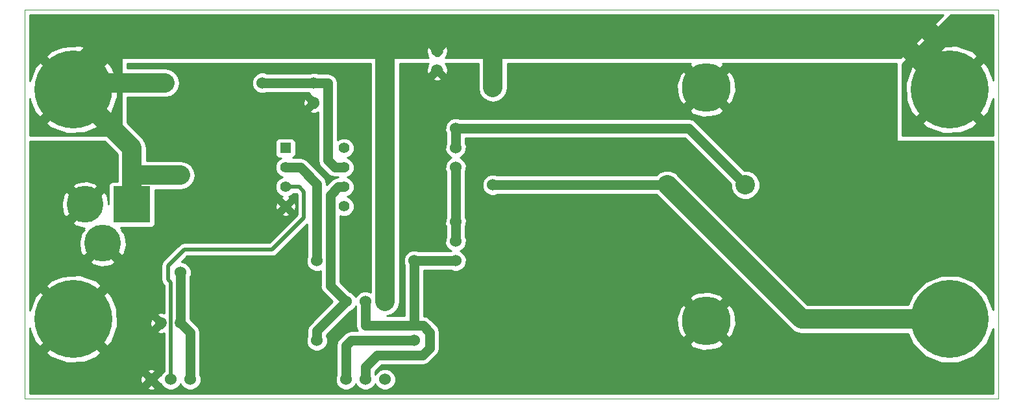
<source format=gbl>
G04 (created by PCBNEW (2013-07-07 BZR 4022)-stable) date 6/30/2014 11:21:06 PM*
%MOIN*%
G04 Gerber Fmt 3.4, Leading zero omitted, Abs format*
%FSLAX34Y34*%
G01*
G70*
G90*
G04 APERTURE LIST*
%ADD10C,0.001*%
%ADD11C,0.00393701*%
%ADD12C,0.06*%
%ADD13C,0.0591*%
%ADD14C,0.25*%
%ADD15C,0.1*%
%ADD16C,0.189*%
%ADD17R,0.189X0.189*%
%ADD18R,0.055X0.055*%
%ADD19C,0.055*%
%ADD20C,0.4*%
%ADD21C,0.035*%
%ADD22C,0.05*%
%ADD23C,0.1*%
%ADD24C,0.02*%
%ADD25C,0.01*%
G04 APERTURE END LIST*
G54D10*
G54D11*
X0Y0D02*
X0Y20000D01*
X50000Y0D02*
X0Y0D01*
X50000Y20000D02*
X50000Y0D01*
X0Y20000D02*
X50000Y20000D01*
G54D12*
X7500Y1000D03*
X6500Y1000D03*
X8500Y1000D03*
X17500Y1000D03*
X16500Y1000D03*
X18500Y1000D03*
X17500Y5000D03*
X18500Y5000D03*
X16500Y5000D03*
X22130Y12910D03*
X22130Y13910D03*
X22130Y11910D03*
X22130Y8100D03*
X22130Y9100D03*
X22130Y7100D03*
G54D13*
X7000Y3900D03*
X8000Y3900D03*
X21174Y16902D03*
X21174Y17902D03*
X14840Y15230D03*
X14840Y16230D03*
G54D14*
X35000Y16000D03*
X35000Y4000D03*
G54D15*
X37000Y11000D03*
X33000Y11000D03*
G54D12*
X7200Y16250D03*
X12200Y16250D03*
X15000Y7100D03*
X20000Y7100D03*
X8000Y6500D03*
X8000Y11500D03*
X15000Y3000D03*
X20000Y3000D03*
G54D16*
X3100Y10000D03*
G54D17*
X5500Y10000D03*
G54D16*
X4000Y8000D03*
G54D18*
X13390Y12900D03*
G54D19*
X13390Y11900D03*
X13390Y10900D03*
X13390Y9900D03*
X16390Y9900D03*
X16390Y10900D03*
X16390Y11900D03*
X16390Y12900D03*
G54D20*
X2500Y4100D03*
X2500Y15900D03*
X47500Y15900D03*
X47500Y4100D03*
G54D12*
X24036Y16000D03*
X24036Y11000D03*
G54D21*
X46066Y19282D03*
X47762Y19282D03*
G54D22*
X13390Y11900D02*
X14160Y11900D01*
X14160Y11900D02*
X15000Y11060D01*
X15000Y11060D02*
X15000Y7100D01*
X16390Y11900D02*
X15924Y11900D01*
X15560Y12264D02*
X15560Y16230D01*
X15924Y11900D02*
X15560Y12264D01*
X15560Y16230D02*
X14840Y16230D01*
X12200Y16250D02*
X14820Y16250D01*
X14820Y16250D02*
X14840Y16230D01*
X20000Y3000D02*
X16756Y3000D01*
X16500Y2744D02*
X16500Y1000D01*
X16756Y3000D02*
X16500Y2744D01*
G54D23*
X39900Y4100D02*
X33000Y11000D01*
X47500Y4100D02*
X39900Y4100D01*
G54D22*
X33000Y11000D02*
X24036Y11000D01*
G54D24*
X13390Y10900D02*
X14100Y10900D01*
X14100Y10900D02*
X14340Y10660D01*
X14340Y10660D02*
X14340Y9950D01*
X14340Y9320D02*
X14340Y9950D01*
X12700Y7680D02*
X14340Y9320D01*
X8190Y7680D02*
X12700Y7680D01*
X7360Y6850D02*
X8190Y7680D01*
X7360Y6134D02*
X7360Y6850D01*
X7500Y5994D02*
X7360Y6134D01*
X7500Y1000D02*
X7500Y5994D01*
G54D22*
X20000Y7100D02*
X20000Y3770D01*
X17500Y3770D02*
X20000Y3770D01*
X17500Y5000D02*
X17500Y3770D01*
X20000Y3770D02*
X20450Y3770D01*
X20808Y3412D02*
X20450Y3770D01*
X17500Y1632D02*
X17500Y1000D01*
X20808Y2628D02*
X20808Y3412D01*
X20420Y2240D02*
X20808Y2628D01*
X18108Y2240D02*
X20420Y2240D01*
X17500Y1632D02*
X18108Y2240D01*
X22130Y7100D02*
X20000Y7100D01*
X16390Y10900D02*
X16090Y10900D01*
X15680Y5820D02*
X16500Y5000D01*
X15680Y10490D02*
X15680Y5820D01*
X16090Y10900D02*
X15680Y10490D01*
X15000Y3000D02*
X15000Y3500D01*
X15000Y3500D02*
X16500Y5000D01*
X22130Y11910D02*
X22130Y9100D01*
X22130Y9100D02*
X22130Y8100D01*
X8500Y1000D02*
X8500Y3400D01*
X8000Y6500D02*
X8000Y3900D01*
X8500Y3400D02*
X8000Y3900D01*
X22130Y13910D02*
X34090Y13910D01*
X22130Y12910D02*
X22130Y13910D01*
X34090Y13910D02*
X37000Y11000D01*
G54D23*
X46558Y18790D02*
X46066Y19282D01*
X45484Y18700D02*
X46066Y19282D01*
X45484Y18700D02*
X44700Y18700D01*
X18500Y18700D02*
X24036Y18700D01*
X24036Y16000D02*
X24036Y18700D01*
X45939Y17461D02*
X44700Y18700D01*
X47762Y19282D02*
X47760Y19282D01*
X47760Y19282D02*
X45939Y17461D01*
X40630Y18700D02*
X44700Y18700D01*
X24036Y18700D02*
X40630Y18700D01*
X18500Y18700D02*
X18500Y10420D01*
X18500Y8570D02*
X18500Y10420D01*
X4400Y18700D02*
X18500Y18700D01*
X48000Y15400D02*
X47500Y15900D01*
X18500Y8570D02*
X18500Y5000D01*
X47500Y15900D02*
X45939Y17461D01*
X7200Y16250D02*
X2850Y16250D01*
X2850Y16250D02*
X2500Y15900D01*
X8000Y11500D02*
X5500Y11500D01*
X5500Y10000D02*
X5500Y11500D01*
X5500Y11500D02*
X5500Y12900D01*
X5500Y12900D02*
X2500Y15900D01*
X2500Y15900D02*
X2500Y16800D01*
X2500Y16800D02*
X4400Y18700D01*
G54D10*
G36*
X47149Y19730D02*
X44979Y17559D01*
X21729Y17554D01*
X21611Y17554D01*
X21708Y17650D01*
X21664Y17694D01*
X21694Y17706D01*
X21729Y17920D01*
X21694Y18097D01*
X21611Y18130D01*
X21402Y17921D01*
X21402Y18339D01*
X21369Y18422D01*
X21155Y18457D01*
X20978Y18422D01*
X20945Y18339D01*
X21174Y18110D01*
X21402Y18339D01*
X21402Y17921D01*
X21382Y17902D01*
X21425Y17859D01*
X21216Y17650D01*
X21174Y17693D01*
X21131Y17650D01*
X20965Y17816D01*
X20922Y17859D01*
X20965Y17902D01*
X20736Y18130D01*
X20653Y18097D01*
X20618Y17883D01*
X20653Y17706D01*
X20683Y17694D01*
X20639Y17650D01*
X20736Y17553D01*
X4950Y17549D01*
X4950Y13550D01*
X4768Y13550D01*
X4768Y15560D01*
X4725Y16455D01*
X4466Y17081D01*
X4213Y17330D01*
X3930Y17047D01*
X3930Y17613D01*
X3681Y17866D01*
X2839Y18168D01*
X1944Y18125D01*
X1318Y17866D01*
X1069Y17613D01*
X2500Y16182D01*
X3930Y17613D01*
X3930Y17047D01*
X2782Y15900D01*
X4213Y14469D01*
X4466Y14718D01*
X4768Y15560D01*
X4768Y13550D01*
X3930Y13550D01*
X3930Y14186D01*
X2500Y15617D01*
X1069Y14186D01*
X1318Y13933D01*
X2160Y13631D01*
X3055Y13674D01*
X3681Y13933D01*
X3930Y14186D01*
X3930Y13550D01*
X269Y13550D01*
X269Y15436D01*
X274Y15344D01*
X533Y14718D01*
X786Y14469D01*
X2217Y15900D01*
X786Y17330D01*
X533Y17081D01*
X269Y16346D01*
X269Y19730D01*
X47149Y19730D01*
X47149Y19730D01*
G37*
G54D25*
X47149Y19730D02*
X44979Y17559D01*
X21729Y17554D01*
X21611Y17554D01*
X21708Y17650D01*
X21664Y17694D01*
X21694Y17706D01*
X21729Y17920D01*
X21694Y18097D01*
X21611Y18130D01*
X21402Y17921D01*
X21402Y18339D01*
X21369Y18422D01*
X21155Y18457D01*
X20978Y18422D01*
X20945Y18339D01*
X21174Y18110D01*
X21402Y18339D01*
X21402Y17921D01*
X21382Y17902D01*
X21425Y17859D01*
X21216Y17650D01*
X21174Y17693D01*
X21131Y17650D01*
X20965Y17816D01*
X20922Y17859D01*
X20965Y17902D01*
X20736Y18130D01*
X20653Y18097D01*
X20618Y17883D01*
X20653Y17706D01*
X20683Y17694D01*
X20639Y17650D01*
X20736Y17553D01*
X4950Y17549D01*
X4950Y13550D01*
X4768Y13550D01*
X4768Y15560D01*
X4725Y16455D01*
X4466Y17081D01*
X4213Y17330D01*
X3930Y17047D01*
X3930Y17613D01*
X3681Y17866D01*
X2839Y18168D01*
X1944Y18125D01*
X1318Y17866D01*
X1069Y17613D01*
X2500Y16182D01*
X3930Y17613D01*
X3930Y17047D01*
X2782Y15900D01*
X4213Y14469D01*
X4466Y14718D01*
X4768Y15560D01*
X4768Y13550D01*
X3930Y13550D01*
X3930Y14186D01*
X2500Y15617D01*
X1069Y14186D01*
X1318Y13933D01*
X2160Y13631D01*
X3055Y13674D01*
X3681Y13933D01*
X3930Y14186D01*
X3930Y13550D01*
X269Y13550D01*
X269Y15436D01*
X274Y15344D01*
X533Y14718D01*
X786Y14469D01*
X2217Y15900D01*
X786Y17330D01*
X533Y17081D01*
X269Y16346D01*
X269Y19730D01*
X47149Y19730D01*
G54D10*
G36*
X49730Y13550D02*
X48930Y13550D01*
X48930Y14186D01*
X47500Y15617D01*
X47217Y15334D01*
X47217Y15900D01*
X45786Y17330D01*
X45533Y17081D01*
X45231Y16239D01*
X45274Y15344D01*
X45533Y14718D01*
X45786Y14469D01*
X47217Y15900D01*
X47217Y15334D01*
X46069Y14186D01*
X46318Y13933D01*
X47160Y13631D01*
X48055Y13674D01*
X48681Y13933D01*
X48930Y14186D01*
X48930Y13550D01*
X45050Y13550D01*
X45050Y17205D01*
X47575Y19730D01*
X49730Y19730D01*
X49730Y16363D01*
X49725Y16455D01*
X49466Y17081D01*
X49213Y17330D01*
X48930Y17047D01*
X48930Y17613D01*
X48681Y17866D01*
X47839Y18168D01*
X46944Y18125D01*
X46318Y17866D01*
X46069Y17613D01*
X47500Y16182D01*
X48930Y17613D01*
X48930Y17047D01*
X47782Y15900D01*
X49213Y14469D01*
X49466Y14718D01*
X49730Y15453D01*
X49730Y13550D01*
X49730Y13550D01*
G37*
G54D25*
X49730Y13550D02*
X48930Y13550D01*
X48930Y14186D01*
X47500Y15617D01*
X47217Y15334D01*
X47217Y15900D01*
X45786Y17330D01*
X45533Y17081D01*
X45231Y16239D01*
X45274Y15344D01*
X45533Y14718D01*
X45786Y14469D01*
X47217Y15900D01*
X47217Y15334D01*
X46069Y14186D01*
X46318Y13933D01*
X47160Y13631D01*
X48055Y13674D01*
X48681Y13933D01*
X48930Y14186D01*
X48930Y13550D01*
X45050Y13550D01*
X45050Y17205D01*
X47575Y19730D01*
X49730Y19730D01*
X49730Y16363D01*
X49725Y16455D01*
X49466Y17081D01*
X49213Y17330D01*
X48930Y17047D01*
X48930Y17613D01*
X48681Y17866D01*
X47839Y18168D01*
X46944Y18125D01*
X46318Y17866D01*
X46069Y17613D01*
X47500Y16182D01*
X48930Y17613D01*
X48930Y17047D01*
X47782Y15900D01*
X49213Y14469D01*
X49466Y14718D01*
X49730Y15453D01*
X49730Y13550D01*
G54D10*
G36*
X49730Y269D02*
X36521Y269D01*
X36521Y3840D01*
X36466Y4434D01*
X36344Y4729D01*
X36168Y4886D01*
X35886Y4603D01*
X35886Y5168D01*
X35729Y5344D01*
X35159Y5521D01*
X34565Y5466D01*
X34270Y5344D01*
X34113Y5168D01*
X35000Y4282D01*
X35886Y5168D01*
X35886Y4603D01*
X35282Y4000D01*
X36168Y3113D01*
X36344Y3270D01*
X36521Y3840D01*
X36521Y269D01*
X35886Y269D01*
X35886Y2831D01*
X35000Y3717D01*
X34717Y3434D01*
X34717Y4000D01*
X33831Y4886D01*
X33655Y4729D01*
X33478Y4159D01*
X33533Y3565D01*
X33655Y3270D01*
X33831Y3113D01*
X34717Y4000D01*
X34717Y3434D01*
X34113Y2831D01*
X34270Y2655D01*
X34840Y2478D01*
X35434Y2533D01*
X35729Y2655D01*
X35886Y2831D01*
X35886Y269D01*
X6729Y269D01*
X6729Y557D01*
X6500Y787D01*
X6287Y575D01*
X6287Y1000D01*
X6057Y1229D01*
X5974Y1196D01*
X5939Y980D01*
X5974Y803D01*
X6057Y770D01*
X6287Y1000D01*
X6287Y575D01*
X6270Y557D01*
X6303Y474D01*
X6519Y439D01*
X6696Y474D01*
X6729Y557D01*
X6729Y269D01*
X5215Y269D01*
X4768Y269D01*
X4768Y3760D01*
X4725Y4655D01*
X4663Y4805D01*
X4663Y7053D01*
X4000Y7717D01*
X3717Y7434D01*
X3336Y7053D01*
X3455Y6910D01*
X3913Y6784D01*
X4385Y6844D01*
X4544Y6910D01*
X4663Y7053D01*
X4663Y4805D01*
X4466Y5281D01*
X4213Y5530D01*
X3930Y5247D01*
X3930Y5813D01*
X3681Y6066D01*
X2839Y6368D01*
X1944Y6325D01*
X1318Y6066D01*
X1069Y5813D01*
X2500Y4382D01*
X3930Y5813D01*
X3930Y5247D01*
X2782Y4100D01*
X4213Y2669D01*
X4466Y2918D01*
X4768Y3760D01*
X4768Y269D01*
X3930Y269D01*
X3930Y2386D01*
X2500Y3817D01*
X1069Y2386D01*
X1318Y2133D01*
X2160Y1831D01*
X3055Y1874D01*
X3681Y2133D01*
X3930Y2386D01*
X3930Y269D01*
X269Y269D01*
X269Y3636D01*
X274Y3544D01*
X533Y2918D01*
X786Y2669D01*
X2217Y4100D01*
X786Y5530D01*
X533Y5281D01*
X269Y4546D01*
X269Y13250D01*
X4089Y13250D01*
X4750Y12589D01*
X4750Y11500D01*
X4750Y11195D01*
X4505Y11195D01*
X4413Y11157D01*
X4343Y11086D01*
X4305Y10994D01*
X4304Y10895D01*
X4304Y9996D01*
X4255Y10385D01*
X4189Y10544D01*
X4046Y10663D01*
X3763Y10380D01*
X3763Y10946D01*
X3644Y11089D01*
X3186Y11215D01*
X2714Y11155D01*
X2555Y11089D01*
X2436Y10946D01*
X3100Y10282D01*
X3763Y10946D01*
X3763Y10380D01*
X3382Y10000D01*
X3388Y9994D01*
X3105Y9711D01*
X3100Y9717D01*
X2817Y9434D01*
X2817Y10000D01*
X2153Y10663D01*
X2010Y10544D01*
X1884Y10086D01*
X1944Y9614D01*
X2010Y9455D01*
X2153Y9336D01*
X2817Y10000D01*
X2817Y9434D01*
X2436Y9053D01*
X2555Y8910D01*
X3013Y8784D01*
X3070Y8791D01*
X2997Y8719D01*
X3053Y8663D01*
X2910Y8544D01*
X2784Y8086D01*
X2844Y7614D01*
X2910Y7455D01*
X3053Y7336D01*
X3717Y8000D01*
X3711Y8005D01*
X3994Y8288D01*
X4000Y8282D01*
X4005Y8288D01*
X4288Y8005D01*
X4282Y8000D01*
X4946Y7336D01*
X5089Y7455D01*
X5215Y7913D01*
X5155Y8385D01*
X5089Y8544D01*
X4946Y8663D01*
X5002Y8719D01*
X4916Y8804D01*
X6494Y8804D01*
X6586Y8842D01*
X6656Y8913D01*
X6694Y9005D01*
X6695Y9104D01*
X6695Y10750D01*
X8000Y10750D01*
X8287Y10807D01*
X8530Y10969D01*
X8692Y11212D01*
X8750Y11500D01*
X8692Y11787D01*
X8530Y12030D01*
X8287Y12192D01*
X8000Y12250D01*
X6250Y12250D01*
X6250Y12900D01*
X6192Y13187D01*
X6030Y13430D01*
X6030Y13430D01*
X5250Y14210D01*
X5250Y15500D01*
X7200Y15500D01*
X7487Y15557D01*
X7730Y15719D01*
X7892Y15962D01*
X7950Y16250D01*
X7892Y16537D01*
X7730Y16780D01*
X7487Y16942D01*
X7200Y17000D01*
X5250Y17000D01*
X5250Y17250D01*
X17750Y17250D01*
X17750Y10420D01*
X17750Y8570D01*
X17750Y5491D01*
X17609Y5549D01*
X17391Y5550D01*
X17188Y5466D01*
X17034Y5311D01*
X17000Y5230D01*
X16966Y5311D01*
X16811Y5465D01*
X16690Y5516D01*
X16180Y6027D01*
X16180Y9418D01*
X16285Y9375D01*
X16493Y9374D01*
X16687Y9454D01*
X16834Y9602D01*
X16914Y9795D01*
X16915Y10003D01*
X16835Y10197D01*
X16687Y10344D01*
X16554Y10400D01*
X16687Y10454D01*
X16834Y10602D01*
X16914Y10795D01*
X16915Y11003D01*
X16835Y11197D01*
X16687Y11344D01*
X16554Y11400D01*
X16687Y11454D01*
X16834Y11602D01*
X16914Y11795D01*
X16915Y12003D01*
X16835Y12197D01*
X16687Y12344D01*
X16554Y12400D01*
X16687Y12454D01*
X16834Y12602D01*
X16914Y12795D01*
X16915Y13003D01*
X16835Y13197D01*
X16687Y13344D01*
X16494Y13424D01*
X16286Y13425D01*
X16093Y13345D01*
X16060Y13312D01*
X16060Y16230D01*
X16021Y16421D01*
X15913Y16583D01*
X15751Y16691D01*
X15560Y16730D01*
X15058Y16730D01*
X14948Y16775D01*
X14731Y16775D01*
X14670Y16750D01*
X12430Y16750D01*
X12309Y16799D01*
X12091Y16800D01*
X11888Y16716D01*
X11734Y16561D01*
X11650Y16359D01*
X11649Y16141D01*
X11733Y15938D01*
X11888Y15784D01*
X12090Y15700D01*
X12308Y15699D01*
X12430Y15750D01*
X14573Y15750D01*
X14634Y15724D01*
X14611Y15667D01*
X14840Y15438D01*
X14882Y15481D01*
X15060Y15303D01*
X15060Y15241D01*
X15048Y15230D01*
X15060Y15218D01*
X15060Y15156D01*
X14882Y14978D01*
X14840Y15021D01*
X14631Y14812D01*
X14631Y15230D01*
X14402Y15458D01*
X14319Y15425D01*
X14284Y15211D01*
X14319Y15034D01*
X14402Y15001D01*
X14631Y15230D01*
X14631Y14812D01*
X14611Y14792D01*
X14644Y14709D01*
X14858Y14674D01*
X15035Y14709D01*
X15047Y14739D01*
X15060Y14727D01*
X15060Y12264D01*
X15059Y12264D01*
X15098Y12072D01*
X15206Y11910D01*
X15570Y11546D01*
X15570Y11546D01*
X15732Y11438D01*
X15924Y11400D01*
X16089Y11400D01*
X15898Y11361D01*
X15736Y11253D01*
X15500Y11017D01*
X15500Y11059D01*
X15500Y11060D01*
X15500Y11060D01*
X15461Y11251D01*
X15353Y11413D01*
X14513Y12253D01*
X14351Y12361D01*
X14160Y12400D01*
X14159Y12400D01*
X13775Y12400D01*
X13806Y12412D01*
X13876Y12483D01*
X13914Y12575D01*
X13915Y12674D01*
X13915Y13224D01*
X13877Y13316D01*
X13806Y13386D01*
X13714Y13424D01*
X13615Y13425D01*
X13065Y13425D01*
X12973Y13387D01*
X12903Y13316D01*
X12865Y13224D01*
X12864Y13125D01*
X12864Y12575D01*
X12902Y12483D01*
X12973Y12413D01*
X13065Y12375D01*
X13164Y12374D01*
X13164Y12374D01*
X13093Y12345D01*
X12945Y12197D01*
X12865Y12004D01*
X12864Y11796D01*
X12944Y11603D01*
X13092Y11455D01*
X13225Y11399D01*
X13093Y11345D01*
X12945Y11197D01*
X12865Y11004D01*
X12864Y10796D01*
X12944Y10603D01*
X13092Y10455D01*
X13217Y10403D01*
X13197Y10399D01*
X13167Y10317D01*
X13390Y10094D01*
X13612Y10317D01*
X13582Y10399D01*
X13561Y10402D01*
X13687Y10454D01*
X13782Y10550D01*
X13955Y10550D01*
X13990Y10515D01*
X13990Y9950D01*
X13990Y9464D01*
X13925Y9400D01*
X13925Y9912D01*
X13889Y10092D01*
X13807Y10122D01*
X13584Y9900D01*
X13807Y9677D01*
X13889Y9707D01*
X13925Y9912D01*
X13925Y9400D01*
X13612Y9087D01*
X13612Y9482D01*
X13390Y9705D01*
X13195Y9511D01*
X13195Y9900D01*
X12972Y10122D01*
X12890Y10092D01*
X12854Y9887D01*
X12890Y9707D01*
X12972Y9677D01*
X13195Y9900D01*
X13195Y9511D01*
X13167Y9482D01*
X13197Y9400D01*
X13402Y9364D01*
X13582Y9400D01*
X13612Y9482D01*
X13612Y9087D01*
X12555Y8030D01*
X8190Y8030D01*
X8056Y8003D01*
X7942Y7927D01*
X7112Y7097D01*
X7036Y6983D01*
X7010Y6850D01*
X7010Y6134D01*
X7036Y6000D01*
X7112Y5886D01*
X7150Y5849D01*
X7150Y4428D01*
X6981Y4455D01*
X6804Y4420D01*
X6771Y4337D01*
X7000Y4108D01*
X7042Y4151D01*
X7150Y4043D01*
X7150Y3756D01*
X7042Y3648D01*
X7000Y3691D01*
X6791Y3482D01*
X6791Y3900D01*
X6562Y4128D01*
X6479Y4095D01*
X6444Y3881D01*
X6479Y3704D01*
X6562Y3671D01*
X6791Y3900D01*
X6791Y3482D01*
X6771Y3462D01*
X6804Y3379D01*
X7018Y3344D01*
X7150Y3370D01*
X7150Y1427D01*
X7034Y1311D01*
X6991Y1209D01*
X6942Y1229D01*
X6729Y1017D01*
X6729Y1442D01*
X6696Y1525D01*
X6480Y1560D01*
X6303Y1525D01*
X6270Y1442D01*
X6500Y1212D01*
X6729Y1442D01*
X6729Y1017D01*
X6712Y1000D01*
X6942Y770D01*
X6991Y790D01*
X7033Y688D01*
X7188Y534D01*
X7390Y450D01*
X7608Y449D01*
X7811Y533D01*
X7965Y688D01*
X7999Y769D01*
X8033Y688D01*
X8188Y534D01*
X8390Y450D01*
X8608Y449D01*
X8811Y533D01*
X8965Y688D01*
X9049Y890D01*
X9050Y1108D01*
X9000Y1230D01*
X9000Y3400D01*
X8961Y3591D01*
X8853Y3753D01*
X8853Y3753D01*
X8507Y4099D01*
X8500Y4118D01*
X8500Y6269D01*
X8549Y6390D01*
X8550Y6608D01*
X8466Y6811D01*
X8311Y6965D01*
X8109Y7049D01*
X8054Y7049D01*
X8334Y7330D01*
X12700Y7330D01*
X12833Y7356D01*
X12833Y7356D01*
X12947Y7432D01*
X14500Y8985D01*
X14500Y7330D01*
X14450Y7209D01*
X14449Y6991D01*
X14533Y6788D01*
X14688Y6634D01*
X14890Y6550D01*
X15108Y6549D01*
X15180Y6579D01*
X15180Y5820D01*
X15179Y5820D01*
X15218Y5628D01*
X15326Y5466D01*
X15792Y5000D01*
X14646Y3853D01*
X14538Y3691D01*
X14499Y3500D01*
X14500Y3499D01*
X14500Y3230D01*
X14450Y3109D01*
X14449Y2891D01*
X14533Y2688D01*
X14688Y2534D01*
X14890Y2450D01*
X15108Y2449D01*
X15311Y2533D01*
X15465Y2688D01*
X15549Y2890D01*
X15550Y3108D01*
X15500Y3230D01*
X15500Y3292D01*
X16690Y4483D01*
X16811Y4533D01*
X16965Y4688D01*
X16999Y4769D01*
X17000Y4769D01*
X17000Y3770D01*
X17038Y3578D01*
X17090Y3500D01*
X16756Y3500D01*
X16564Y3461D01*
X16402Y3353D01*
X16402Y3353D01*
X16146Y3097D01*
X16038Y2935D01*
X15999Y2744D01*
X16000Y2743D01*
X16000Y1230D01*
X15950Y1109D01*
X15949Y891D01*
X16033Y688D01*
X16188Y534D01*
X16390Y450D01*
X16608Y449D01*
X16811Y533D01*
X16965Y688D01*
X16999Y769D01*
X17033Y688D01*
X17188Y534D01*
X17390Y450D01*
X17608Y449D01*
X17811Y533D01*
X17965Y688D01*
X17999Y769D01*
X18033Y688D01*
X18188Y534D01*
X18390Y450D01*
X18608Y449D01*
X18811Y533D01*
X18965Y688D01*
X19049Y890D01*
X19050Y1108D01*
X18966Y1311D01*
X18811Y1465D01*
X18609Y1549D01*
X18391Y1550D01*
X18188Y1466D01*
X18034Y1311D01*
X18000Y1230D01*
X18000Y1230D01*
X18000Y1424D01*
X18315Y1740D01*
X20419Y1740D01*
X20420Y1739D01*
X20420Y1740D01*
X20611Y1778D01*
X20773Y1886D01*
X21161Y2274D01*
X21161Y2274D01*
X21161Y2274D01*
X21269Y2436D01*
X21308Y2627D01*
X21307Y2628D01*
X21308Y2628D01*
X21308Y3412D01*
X21269Y3603D01*
X21161Y3765D01*
X21161Y3765D01*
X20803Y4123D01*
X20641Y4231D01*
X20500Y4260D01*
X20500Y6600D01*
X21899Y6600D01*
X22020Y6550D01*
X22238Y6549D01*
X22441Y6633D01*
X22595Y6788D01*
X22679Y6990D01*
X22680Y7208D01*
X22596Y7411D01*
X22441Y7565D01*
X22360Y7599D01*
X22441Y7633D01*
X22595Y7788D01*
X22679Y7990D01*
X22680Y8208D01*
X22630Y8330D01*
X22630Y8869D01*
X22679Y8990D01*
X22680Y9208D01*
X22630Y9330D01*
X22630Y11679D01*
X22679Y11800D01*
X22680Y12018D01*
X22596Y12221D01*
X22441Y12375D01*
X22360Y12409D01*
X22441Y12443D01*
X22595Y12598D01*
X22679Y12800D01*
X22680Y13018D01*
X22630Y13140D01*
X22630Y13410D01*
X33882Y13410D01*
X36250Y11042D01*
X36249Y10851D01*
X36363Y10575D01*
X36574Y10364D01*
X36850Y10250D01*
X37148Y10249D01*
X37424Y10363D01*
X37635Y10574D01*
X37749Y10850D01*
X37750Y11148D01*
X37636Y11424D01*
X37425Y11635D01*
X37149Y11749D01*
X36957Y11750D01*
X36521Y12186D01*
X36521Y15840D01*
X36466Y16434D01*
X36344Y16729D01*
X36168Y16886D01*
X35282Y16000D01*
X36168Y15113D01*
X36344Y15270D01*
X36521Y15840D01*
X36521Y12186D01*
X35886Y12820D01*
X35886Y14831D01*
X35000Y15717D01*
X34717Y15434D01*
X34717Y16000D01*
X33831Y16886D01*
X33655Y16729D01*
X33478Y16159D01*
X33533Y15565D01*
X33655Y15270D01*
X33831Y15113D01*
X34717Y16000D01*
X34717Y15434D01*
X34113Y14831D01*
X34270Y14655D01*
X34840Y14478D01*
X35434Y14533D01*
X35729Y14655D01*
X35886Y14831D01*
X35886Y12820D01*
X34443Y14263D01*
X34281Y14371D01*
X34090Y14410D01*
X34089Y14410D01*
X22360Y14410D01*
X22239Y14459D01*
X22021Y14460D01*
X21818Y14376D01*
X21729Y14287D01*
X21664Y14221D01*
X21580Y14019D01*
X21579Y13801D01*
X21630Y13679D01*
X21630Y13140D01*
X21580Y13019D01*
X21579Y12801D01*
X21663Y12598D01*
X21818Y12444D01*
X21899Y12410D01*
X21818Y12376D01*
X21664Y12221D01*
X21580Y12019D01*
X21579Y11801D01*
X21630Y11679D01*
X21630Y9330D01*
X21580Y9209D01*
X21579Y8991D01*
X21630Y8869D01*
X21630Y8330D01*
X21580Y8209D01*
X21579Y7991D01*
X21663Y7788D01*
X21818Y7634D01*
X21899Y7600D01*
X21899Y7600D01*
X21402Y7600D01*
X21402Y16464D01*
X21174Y16693D01*
X20965Y16484D01*
X20945Y16464D01*
X20978Y16381D01*
X21192Y16346D01*
X21369Y16381D01*
X21402Y16464D01*
X21402Y7600D01*
X20230Y7600D01*
X20109Y7649D01*
X19891Y7650D01*
X19688Y7566D01*
X19534Y7411D01*
X19450Y7209D01*
X19449Y6991D01*
X19500Y6869D01*
X19500Y4270D01*
X18600Y4270D01*
X18787Y4307D01*
X19030Y4469D01*
X19192Y4712D01*
X19250Y5000D01*
X19250Y8570D01*
X19250Y10420D01*
X19250Y17250D01*
X20736Y17250D01*
X20639Y17153D01*
X20683Y17109D01*
X20653Y17097D01*
X20618Y16883D01*
X20653Y16706D01*
X20736Y16673D01*
X20965Y16902D01*
X20922Y16944D01*
X21131Y17153D01*
X21174Y17110D01*
X21216Y17153D01*
X21425Y16944D01*
X21382Y16902D01*
X21611Y16673D01*
X21694Y16706D01*
X21729Y16920D01*
X21694Y17097D01*
X21664Y17109D01*
X21708Y17153D01*
X21611Y17250D01*
X23286Y17250D01*
X23286Y16000D01*
X23343Y15712D01*
X23505Y15469D01*
X23748Y15307D01*
X24036Y15250D01*
X24323Y15307D01*
X24566Y15469D01*
X24728Y15712D01*
X24786Y16000D01*
X24786Y17250D01*
X34186Y17250D01*
X34113Y17168D01*
X35000Y16282D01*
X35886Y17168D01*
X35813Y17250D01*
X44750Y17250D01*
X44750Y13250D01*
X49730Y13250D01*
X49730Y4594D01*
X49408Y5372D01*
X48776Y6006D01*
X47949Y6349D01*
X47054Y6350D01*
X46227Y6008D01*
X45593Y5376D01*
X45375Y4850D01*
X40210Y4850D01*
X33530Y11529D01*
X33425Y11635D01*
X33287Y11692D01*
X33149Y11749D01*
X32851Y11750D01*
X32575Y11636D01*
X32439Y11500D01*
X24266Y11500D01*
X24145Y11549D01*
X23927Y11550D01*
X23724Y11466D01*
X23570Y11311D01*
X23486Y11109D01*
X23485Y10891D01*
X23569Y10688D01*
X23724Y10534D01*
X23926Y10450D01*
X24144Y10449D01*
X24266Y10500D01*
X32439Y10500D01*
X32574Y10364D01*
X32574Y10364D01*
X39369Y3569D01*
X39369Y3569D01*
X39532Y3461D01*
X39612Y3407D01*
X39612Y3407D01*
X39899Y3350D01*
X39900Y3350D01*
X45375Y3350D01*
X45591Y2827D01*
X46223Y2193D01*
X47050Y1850D01*
X47945Y1849D01*
X48772Y2191D01*
X49406Y2823D01*
X49730Y3604D01*
X49730Y269D01*
X49730Y269D01*
G37*
G54D25*
X49730Y269D02*
X36521Y269D01*
X36521Y3840D01*
X36466Y4434D01*
X36344Y4729D01*
X36168Y4886D01*
X35886Y4603D01*
X35886Y5168D01*
X35729Y5344D01*
X35159Y5521D01*
X34565Y5466D01*
X34270Y5344D01*
X34113Y5168D01*
X35000Y4282D01*
X35886Y5168D01*
X35886Y4603D01*
X35282Y4000D01*
X36168Y3113D01*
X36344Y3270D01*
X36521Y3840D01*
X36521Y269D01*
X35886Y269D01*
X35886Y2831D01*
X35000Y3717D01*
X34717Y3434D01*
X34717Y4000D01*
X33831Y4886D01*
X33655Y4729D01*
X33478Y4159D01*
X33533Y3565D01*
X33655Y3270D01*
X33831Y3113D01*
X34717Y4000D01*
X34717Y3434D01*
X34113Y2831D01*
X34270Y2655D01*
X34840Y2478D01*
X35434Y2533D01*
X35729Y2655D01*
X35886Y2831D01*
X35886Y269D01*
X6729Y269D01*
X6729Y557D01*
X6500Y787D01*
X6287Y575D01*
X6287Y1000D01*
X6057Y1229D01*
X5974Y1196D01*
X5939Y980D01*
X5974Y803D01*
X6057Y770D01*
X6287Y1000D01*
X6287Y575D01*
X6270Y557D01*
X6303Y474D01*
X6519Y439D01*
X6696Y474D01*
X6729Y557D01*
X6729Y269D01*
X5215Y269D01*
X4768Y269D01*
X4768Y3760D01*
X4725Y4655D01*
X4663Y4805D01*
X4663Y7053D01*
X4000Y7717D01*
X3717Y7434D01*
X3336Y7053D01*
X3455Y6910D01*
X3913Y6784D01*
X4385Y6844D01*
X4544Y6910D01*
X4663Y7053D01*
X4663Y4805D01*
X4466Y5281D01*
X4213Y5530D01*
X3930Y5247D01*
X3930Y5813D01*
X3681Y6066D01*
X2839Y6368D01*
X1944Y6325D01*
X1318Y6066D01*
X1069Y5813D01*
X2500Y4382D01*
X3930Y5813D01*
X3930Y5247D01*
X2782Y4100D01*
X4213Y2669D01*
X4466Y2918D01*
X4768Y3760D01*
X4768Y269D01*
X3930Y269D01*
X3930Y2386D01*
X2500Y3817D01*
X1069Y2386D01*
X1318Y2133D01*
X2160Y1831D01*
X3055Y1874D01*
X3681Y2133D01*
X3930Y2386D01*
X3930Y269D01*
X269Y269D01*
X269Y3636D01*
X274Y3544D01*
X533Y2918D01*
X786Y2669D01*
X2217Y4100D01*
X786Y5530D01*
X533Y5281D01*
X269Y4546D01*
X269Y13250D01*
X4089Y13250D01*
X4750Y12589D01*
X4750Y11500D01*
X4750Y11195D01*
X4505Y11195D01*
X4413Y11157D01*
X4343Y11086D01*
X4305Y10994D01*
X4304Y10895D01*
X4304Y9996D01*
X4255Y10385D01*
X4189Y10544D01*
X4046Y10663D01*
X3763Y10380D01*
X3763Y10946D01*
X3644Y11089D01*
X3186Y11215D01*
X2714Y11155D01*
X2555Y11089D01*
X2436Y10946D01*
X3100Y10282D01*
X3763Y10946D01*
X3763Y10380D01*
X3382Y10000D01*
X3388Y9994D01*
X3105Y9711D01*
X3100Y9717D01*
X2817Y9434D01*
X2817Y10000D01*
X2153Y10663D01*
X2010Y10544D01*
X1884Y10086D01*
X1944Y9614D01*
X2010Y9455D01*
X2153Y9336D01*
X2817Y10000D01*
X2817Y9434D01*
X2436Y9053D01*
X2555Y8910D01*
X3013Y8784D01*
X3070Y8791D01*
X2997Y8719D01*
X3053Y8663D01*
X2910Y8544D01*
X2784Y8086D01*
X2844Y7614D01*
X2910Y7455D01*
X3053Y7336D01*
X3717Y8000D01*
X3711Y8005D01*
X3994Y8288D01*
X4000Y8282D01*
X4005Y8288D01*
X4288Y8005D01*
X4282Y8000D01*
X4946Y7336D01*
X5089Y7455D01*
X5215Y7913D01*
X5155Y8385D01*
X5089Y8544D01*
X4946Y8663D01*
X5002Y8719D01*
X4916Y8804D01*
X6494Y8804D01*
X6586Y8842D01*
X6656Y8913D01*
X6694Y9005D01*
X6695Y9104D01*
X6695Y10750D01*
X8000Y10750D01*
X8287Y10807D01*
X8530Y10969D01*
X8692Y11212D01*
X8750Y11500D01*
X8692Y11787D01*
X8530Y12030D01*
X8287Y12192D01*
X8000Y12250D01*
X6250Y12250D01*
X6250Y12900D01*
X6192Y13187D01*
X6030Y13430D01*
X6030Y13430D01*
X5250Y14210D01*
X5250Y15500D01*
X7200Y15500D01*
X7487Y15557D01*
X7730Y15719D01*
X7892Y15962D01*
X7950Y16250D01*
X7892Y16537D01*
X7730Y16780D01*
X7487Y16942D01*
X7200Y17000D01*
X5250Y17000D01*
X5250Y17250D01*
X17750Y17250D01*
X17750Y10420D01*
X17750Y8570D01*
X17750Y5491D01*
X17609Y5549D01*
X17391Y5550D01*
X17188Y5466D01*
X17034Y5311D01*
X17000Y5230D01*
X16966Y5311D01*
X16811Y5465D01*
X16690Y5516D01*
X16180Y6027D01*
X16180Y9418D01*
X16285Y9375D01*
X16493Y9374D01*
X16687Y9454D01*
X16834Y9602D01*
X16914Y9795D01*
X16915Y10003D01*
X16835Y10197D01*
X16687Y10344D01*
X16554Y10400D01*
X16687Y10454D01*
X16834Y10602D01*
X16914Y10795D01*
X16915Y11003D01*
X16835Y11197D01*
X16687Y11344D01*
X16554Y11400D01*
X16687Y11454D01*
X16834Y11602D01*
X16914Y11795D01*
X16915Y12003D01*
X16835Y12197D01*
X16687Y12344D01*
X16554Y12400D01*
X16687Y12454D01*
X16834Y12602D01*
X16914Y12795D01*
X16915Y13003D01*
X16835Y13197D01*
X16687Y13344D01*
X16494Y13424D01*
X16286Y13425D01*
X16093Y13345D01*
X16060Y13312D01*
X16060Y16230D01*
X16021Y16421D01*
X15913Y16583D01*
X15751Y16691D01*
X15560Y16730D01*
X15058Y16730D01*
X14948Y16775D01*
X14731Y16775D01*
X14670Y16750D01*
X12430Y16750D01*
X12309Y16799D01*
X12091Y16800D01*
X11888Y16716D01*
X11734Y16561D01*
X11650Y16359D01*
X11649Y16141D01*
X11733Y15938D01*
X11888Y15784D01*
X12090Y15700D01*
X12308Y15699D01*
X12430Y15750D01*
X14573Y15750D01*
X14634Y15724D01*
X14611Y15667D01*
X14840Y15438D01*
X14882Y15481D01*
X15060Y15303D01*
X15060Y15241D01*
X15048Y15230D01*
X15060Y15218D01*
X15060Y15156D01*
X14882Y14978D01*
X14840Y15021D01*
X14631Y14812D01*
X14631Y15230D01*
X14402Y15458D01*
X14319Y15425D01*
X14284Y15211D01*
X14319Y15034D01*
X14402Y15001D01*
X14631Y15230D01*
X14631Y14812D01*
X14611Y14792D01*
X14644Y14709D01*
X14858Y14674D01*
X15035Y14709D01*
X15047Y14739D01*
X15060Y14727D01*
X15060Y12264D01*
X15059Y12264D01*
X15098Y12072D01*
X15206Y11910D01*
X15570Y11546D01*
X15570Y11546D01*
X15732Y11438D01*
X15924Y11400D01*
X16089Y11400D01*
X15898Y11361D01*
X15736Y11253D01*
X15500Y11017D01*
X15500Y11059D01*
X15500Y11060D01*
X15500Y11060D01*
X15461Y11251D01*
X15353Y11413D01*
X14513Y12253D01*
X14351Y12361D01*
X14160Y12400D01*
X14159Y12400D01*
X13775Y12400D01*
X13806Y12412D01*
X13876Y12483D01*
X13914Y12575D01*
X13915Y12674D01*
X13915Y13224D01*
X13877Y13316D01*
X13806Y13386D01*
X13714Y13424D01*
X13615Y13425D01*
X13065Y13425D01*
X12973Y13387D01*
X12903Y13316D01*
X12865Y13224D01*
X12864Y13125D01*
X12864Y12575D01*
X12902Y12483D01*
X12973Y12413D01*
X13065Y12375D01*
X13164Y12374D01*
X13164Y12374D01*
X13093Y12345D01*
X12945Y12197D01*
X12865Y12004D01*
X12864Y11796D01*
X12944Y11603D01*
X13092Y11455D01*
X13225Y11399D01*
X13093Y11345D01*
X12945Y11197D01*
X12865Y11004D01*
X12864Y10796D01*
X12944Y10603D01*
X13092Y10455D01*
X13217Y10403D01*
X13197Y10399D01*
X13167Y10317D01*
X13390Y10094D01*
X13612Y10317D01*
X13582Y10399D01*
X13561Y10402D01*
X13687Y10454D01*
X13782Y10550D01*
X13955Y10550D01*
X13990Y10515D01*
X13990Y9950D01*
X13990Y9464D01*
X13925Y9400D01*
X13925Y9912D01*
X13889Y10092D01*
X13807Y10122D01*
X13584Y9900D01*
X13807Y9677D01*
X13889Y9707D01*
X13925Y9912D01*
X13925Y9400D01*
X13612Y9087D01*
X13612Y9482D01*
X13390Y9705D01*
X13195Y9511D01*
X13195Y9900D01*
X12972Y10122D01*
X12890Y10092D01*
X12854Y9887D01*
X12890Y9707D01*
X12972Y9677D01*
X13195Y9900D01*
X13195Y9511D01*
X13167Y9482D01*
X13197Y9400D01*
X13402Y9364D01*
X13582Y9400D01*
X13612Y9482D01*
X13612Y9087D01*
X12555Y8030D01*
X8190Y8030D01*
X8056Y8003D01*
X7942Y7927D01*
X7112Y7097D01*
X7036Y6983D01*
X7010Y6850D01*
X7010Y6134D01*
X7036Y6000D01*
X7112Y5886D01*
X7150Y5849D01*
X7150Y4428D01*
X6981Y4455D01*
X6804Y4420D01*
X6771Y4337D01*
X7000Y4108D01*
X7042Y4151D01*
X7150Y4043D01*
X7150Y3756D01*
X7042Y3648D01*
X7000Y3691D01*
X6791Y3482D01*
X6791Y3900D01*
X6562Y4128D01*
X6479Y4095D01*
X6444Y3881D01*
X6479Y3704D01*
X6562Y3671D01*
X6791Y3900D01*
X6791Y3482D01*
X6771Y3462D01*
X6804Y3379D01*
X7018Y3344D01*
X7150Y3370D01*
X7150Y1427D01*
X7034Y1311D01*
X6991Y1209D01*
X6942Y1229D01*
X6729Y1017D01*
X6729Y1442D01*
X6696Y1525D01*
X6480Y1560D01*
X6303Y1525D01*
X6270Y1442D01*
X6500Y1212D01*
X6729Y1442D01*
X6729Y1017D01*
X6712Y1000D01*
X6942Y770D01*
X6991Y790D01*
X7033Y688D01*
X7188Y534D01*
X7390Y450D01*
X7608Y449D01*
X7811Y533D01*
X7965Y688D01*
X7999Y769D01*
X8033Y688D01*
X8188Y534D01*
X8390Y450D01*
X8608Y449D01*
X8811Y533D01*
X8965Y688D01*
X9049Y890D01*
X9050Y1108D01*
X9000Y1230D01*
X9000Y3400D01*
X8961Y3591D01*
X8853Y3753D01*
X8853Y3753D01*
X8507Y4099D01*
X8500Y4118D01*
X8500Y6269D01*
X8549Y6390D01*
X8550Y6608D01*
X8466Y6811D01*
X8311Y6965D01*
X8109Y7049D01*
X8054Y7049D01*
X8334Y7330D01*
X12700Y7330D01*
X12833Y7356D01*
X12833Y7356D01*
X12947Y7432D01*
X14500Y8985D01*
X14500Y7330D01*
X14450Y7209D01*
X14449Y6991D01*
X14533Y6788D01*
X14688Y6634D01*
X14890Y6550D01*
X15108Y6549D01*
X15180Y6579D01*
X15180Y5820D01*
X15179Y5820D01*
X15218Y5628D01*
X15326Y5466D01*
X15792Y5000D01*
X14646Y3853D01*
X14538Y3691D01*
X14499Y3500D01*
X14500Y3499D01*
X14500Y3230D01*
X14450Y3109D01*
X14449Y2891D01*
X14533Y2688D01*
X14688Y2534D01*
X14890Y2450D01*
X15108Y2449D01*
X15311Y2533D01*
X15465Y2688D01*
X15549Y2890D01*
X15550Y3108D01*
X15500Y3230D01*
X15500Y3292D01*
X16690Y4483D01*
X16811Y4533D01*
X16965Y4688D01*
X16999Y4769D01*
X17000Y4769D01*
X17000Y3770D01*
X17038Y3578D01*
X17090Y3500D01*
X16756Y3500D01*
X16564Y3461D01*
X16402Y3353D01*
X16402Y3353D01*
X16146Y3097D01*
X16038Y2935D01*
X15999Y2744D01*
X16000Y2743D01*
X16000Y1230D01*
X15950Y1109D01*
X15949Y891D01*
X16033Y688D01*
X16188Y534D01*
X16390Y450D01*
X16608Y449D01*
X16811Y533D01*
X16965Y688D01*
X16999Y769D01*
X17033Y688D01*
X17188Y534D01*
X17390Y450D01*
X17608Y449D01*
X17811Y533D01*
X17965Y688D01*
X17999Y769D01*
X18033Y688D01*
X18188Y534D01*
X18390Y450D01*
X18608Y449D01*
X18811Y533D01*
X18965Y688D01*
X19049Y890D01*
X19050Y1108D01*
X18966Y1311D01*
X18811Y1465D01*
X18609Y1549D01*
X18391Y1550D01*
X18188Y1466D01*
X18034Y1311D01*
X18000Y1230D01*
X18000Y1230D01*
X18000Y1424D01*
X18315Y1740D01*
X20419Y1740D01*
X20420Y1739D01*
X20420Y1740D01*
X20611Y1778D01*
X20773Y1886D01*
X21161Y2274D01*
X21161Y2274D01*
X21161Y2274D01*
X21269Y2436D01*
X21308Y2627D01*
X21307Y2628D01*
X21308Y2628D01*
X21308Y3412D01*
X21269Y3603D01*
X21161Y3765D01*
X21161Y3765D01*
X20803Y4123D01*
X20641Y4231D01*
X20500Y4260D01*
X20500Y6600D01*
X21899Y6600D01*
X22020Y6550D01*
X22238Y6549D01*
X22441Y6633D01*
X22595Y6788D01*
X22679Y6990D01*
X22680Y7208D01*
X22596Y7411D01*
X22441Y7565D01*
X22360Y7599D01*
X22441Y7633D01*
X22595Y7788D01*
X22679Y7990D01*
X22680Y8208D01*
X22630Y8330D01*
X22630Y8869D01*
X22679Y8990D01*
X22680Y9208D01*
X22630Y9330D01*
X22630Y11679D01*
X22679Y11800D01*
X22680Y12018D01*
X22596Y12221D01*
X22441Y12375D01*
X22360Y12409D01*
X22441Y12443D01*
X22595Y12598D01*
X22679Y12800D01*
X22680Y13018D01*
X22630Y13140D01*
X22630Y13410D01*
X33882Y13410D01*
X36250Y11042D01*
X36249Y10851D01*
X36363Y10575D01*
X36574Y10364D01*
X36850Y10250D01*
X37148Y10249D01*
X37424Y10363D01*
X37635Y10574D01*
X37749Y10850D01*
X37750Y11148D01*
X37636Y11424D01*
X37425Y11635D01*
X37149Y11749D01*
X36957Y11750D01*
X36521Y12186D01*
X36521Y15840D01*
X36466Y16434D01*
X36344Y16729D01*
X36168Y16886D01*
X35282Y16000D01*
X36168Y15113D01*
X36344Y15270D01*
X36521Y15840D01*
X36521Y12186D01*
X35886Y12820D01*
X35886Y14831D01*
X35000Y15717D01*
X34717Y15434D01*
X34717Y16000D01*
X33831Y16886D01*
X33655Y16729D01*
X33478Y16159D01*
X33533Y15565D01*
X33655Y15270D01*
X33831Y15113D01*
X34717Y16000D01*
X34717Y15434D01*
X34113Y14831D01*
X34270Y14655D01*
X34840Y14478D01*
X35434Y14533D01*
X35729Y14655D01*
X35886Y14831D01*
X35886Y12820D01*
X34443Y14263D01*
X34281Y14371D01*
X34090Y14410D01*
X34089Y14410D01*
X22360Y14410D01*
X22239Y14459D01*
X22021Y14460D01*
X21818Y14376D01*
X21729Y14287D01*
X21664Y14221D01*
X21580Y14019D01*
X21579Y13801D01*
X21630Y13679D01*
X21630Y13140D01*
X21580Y13019D01*
X21579Y12801D01*
X21663Y12598D01*
X21818Y12444D01*
X21899Y12410D01*
X21818Y12376D01*
X21664Y12221D01*
X21580Y12019D01*
X21579Y11801D01*
X21630Y11679D01*
X21630Y9330D01*
X21580Y9209D01*
X21579Y8991D01*
X21630Y8869D01*
X21630Y8330D01*
X21580Y8209D01*
X21579Y7991D01*
X21663Y7788D01*
X21818Y7634D01*
X21899Y7600D01*
X21899Y7600D01*
X21402Y7600D01*
X21402Y16464D01*
X21174Y16693D01*
X20965Y16484D01*
X20945Y16464D01*
X20978Y16381D01*
X21192Y16346D01*
X21369Y16381D01*
X21402Y16464D01*
X21402Y7600D01*
X20230Y7600D01*
X20109Y7649D01*
X19891Y7650D01*
X19688Y7566D01*
X19534Y7411D01*
X19450Y7209D01*
X19449Y6991D01*
X19500Y6869D01*
X19500Y4270D01*
X18600Y4270D01*
X18787Y4307D01*
X19030Y4469D01*
X19192Y4712D01*
X19250Y5000D01*
X19250Y8570D01*
X19250Y10420D01*
X19250Y17250D01*
X20736Y17250D01*
X20639Y17153D01*
X20683Y17109D01*
X20653Y17097D01*
X20618Y16883D01*
X20653Y16706D01*
X20736Y16673D01*
X20965Y16902D01*
X20922Y16944D01*
X21131Y17153D01*
X21174Y17110D01*
X21216Y17153D01*
X21425Y16944D01*
X21382Y16902D01*
X21611Y16673D01*
X21694Y16706D01*
X21729Y16920D01*
X21694Y17097D01*
X21664Y17109D01*
X21708Y17153D01*
X21611Y17250D01*
X23286Y17250D01*
X23286Y16000D01*
X23343Y15712D01*
X23505Y15469D01*
X23748Y15307D01*
X24036Y15250D01*
X24323Y15307D01*
X24566Y15469D01*
X24728Y15712D01*
X24786Y16000D01*
X24786Y17250D01*
X34186Y17250D01*
X34113Y17168D01*
X35000Y16282D01*
X35886Y17168D01*
X35813Y17250D01*
X44750Y17250D01*
X44750Y13250D01*
X49730Y13250D01*
X49730Y4594D01*
X49408Y5372D01*
X48776Y6006D01*
X47949Y6349D01*
X47054Y6350D01*
X46227Y6008D01*
X45593Y5376D01*
X45375Y4850D01*
X40210Y4850D01*
X33530Y11529D01*
X33425Y11635D01*
X33287Y11692D01*
X33149Y11749D01*
X32851Y11750D01*
X32575Y11636D01*
X32439Y11500D01*
X24266Y11500D01*
X24145Y11549D01*
X23927Y11550D01*
X23724Y11466D01*
X23570Y11311D01*
X23486Y11109D01*
X23485Y10891D01*
X23569Y10688D01*
X23724Y10534D01*
X23926Y10450D01*
X24144Y10449D01*
X24266Y10500D01*
X32439Y10500D01*
X32574Y10364D01*
X32574Y10364D01*
X39369Y3569D01*
X39369Y3569D01*
X39532Y3461D01*
X39612Y3407D01*
X39612Y3407D01*
X39899Y3350D01*
X39900Y3350D01*
X45375Y3350D01*
X45591Y2827D01*
X46223Y2193D01*
X47050Y1850D01*
X47945Y1849D01*
X48772Y2191D01*
X49406Y2823D01*
X49730Y3604D01*
X49730Y269D01*
M02*

</source>
